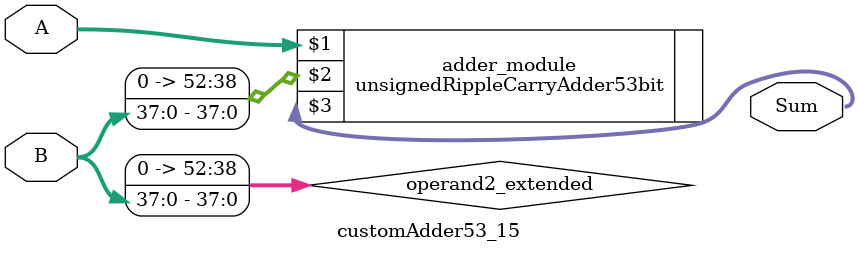
<source format=v>
module customAdder53_15(
                        input [52 : 0] A,
                        input [37 : 0] B,
                        
                        output [53 : 0] Sum
                );

        wire [52 : 0] operand2_extended;
        
        assign operand2_extended =  {15'b0, B};
        
        unsignedRippleCarryAdder53bit adder_module(
            A,
            operand2_extended,
            Sum
        );
        
        endmodule
        
</source>
